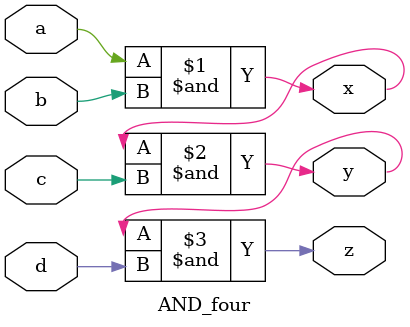
<source format=v>
`timescale 1ns / 1ps


module AND_four(
    input a, b, c, d,
    output x, y, z
    );
    
assign x = a&b;
assign y = x&c;
assign z = y&d;

endmodule

</source>
